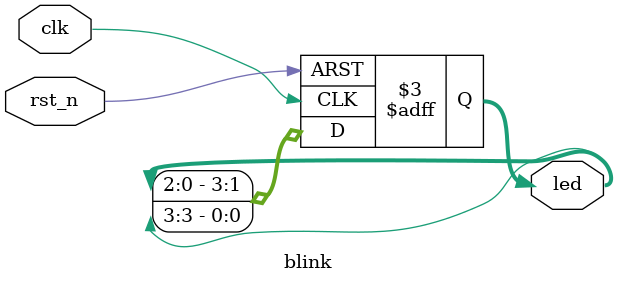
<source format=v>
module blink( 
    input       clk,
    input       rst_n,
    output reg [3:0] led
);
    always@(posedge clk or negedge rst_n) begin             
        if (!rst_n) begin  
            led <= 4'h1;   
        end                
        else begin
            led <= { led[2:0], led[3] };  
        end
    end
endmodule
</source>
